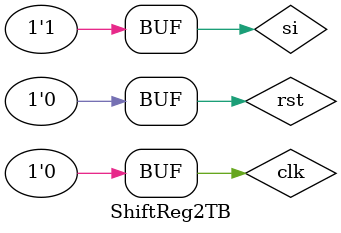
<source format=v>
`timescale 1ns/1ns
module ShiftReg2TB();
	reg si=1,clk=1,rst=0;
	wire so;
	wire[7:0] parout;
	shifter8_MSDFF U2(si , rst , clk ,parout,so);
	initial begin
	#10
	clk=0;
	#10
	si=0;
	#100
	clk=1;
	#10
	si=1;
	#10
	clk=0;
	#10;
	clk=1;
	#10
	si=1;
	#10
	clk=0;
	#10;
	clk=1;
	#10
	si=1;
	#10
	clk=0;
	#10;
	end 
endmodule

</source>
